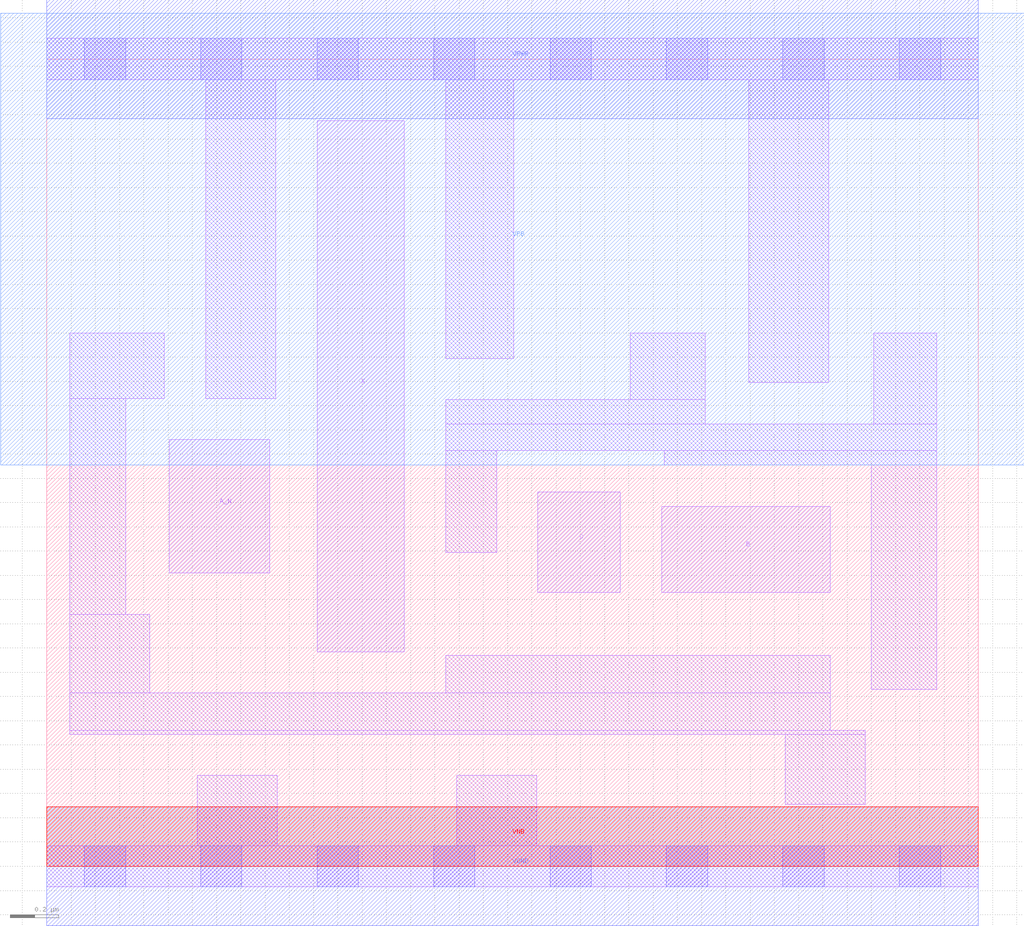
<source format=lef>
# Copyright 2020 The SkyWater PDK Authors
#
# Licensed under the Apache License, Version 2.0 (the "License");
# you may not use this file except in compliance with the License.
# You may obtain a copy of the License at
#
#     https://www.apache.org/licenses/LICENSE-2.0
#
# Unless required by applicable law or agreed to in writing, software
# distributed under the License is distributed on an "AS IS" BASIS,
# WITHOUT WARRANTIES OR CONDITIONS OF ANY KIND, either express or implied.
# See the License for the specific language governing permissions and
# limitations under the License.
#
# SPDX-License-Identifier: Apache-2.0

VERSION 5.7 ;
  NOWIREEXTENSIONATPIN ON ;
  DIVIDERCHAR "/" ;
  BUSBITCHARS "[]" ;
MACRO sky130_fd_sc_lp__and3b_2
  CLASS CORE ;
  FOREIGN sky130_fd_sc_lp__and3b_2 ;
  ORIGIN  0.000000  0.000000 ;
  SIZE  3.840000 BY  3.330000 ;
  SYMMETRY X Y R90 ;
  SITE unit ;
  PIN A_N
    ANTENNAGATEAREA  0.126000 ;
    DIRECTION INPUT ;
    USE SIGNAL ;
    PORT
      LAYER li1 ;
        RECT 0.505000 1.210000 0.920000 1.760000 ;
    END
  END A_N
  PIN B
    ANTENNAGATEAREA  0.126000 ;
    DIRECTION INPUT ;
    USE SIGNAL ;
    PORT
      LAYER li1 ;
        RECT 2.535000 1.130000 3.230000 1.485000 ;
    END
  END B
  PIN C
    ANTENNAGATEAREA  0.126000 ;
    DIRECTION INPUT ;
    USE SIGNAL ;
    PORT
      LAYER li1 ;
        RECT 2.025000 1.130000 2.365000 1.545000 ;
    END
  END C
  PIN X
    ANTENNADIFFAREA  0.588000 ;
    DIRECTION OUTPUT ;
    USE SIGNAL ;
    PORT
      LAYER li1 ;
        RECT 1.115000 0.885000 1.475000 3.075000 ;
    END
  END X
  PIN VGND
    DIRECTION INOUT ;
    USE GROUND ;
    PORT
      LAYER met1 ;
        RECT 0.000000 -0.245000 3.840000 0.245000 ;
    END
  END VGND
  PIN VNB
    DIRECTION INOUT ;
    USE GROUND ;
    PORT
      LAYER pwell ;
        RECT 0.000000 0.000000 3.840000 0.245000 ;
    END
  END VNB
  PIN VPB
    DIRECTION INOUT ;
    USE POWER ;
    PORT
      LAYER nwell ;
        RECT -0.190000 1.655000 4.030000 3.520000 ;
    END
  END VPB
  PIN VPWR
    DIRECTION INOUT ;
    USE POWER ;
    PORT
      LAYER met1 ;
        RECT 0.000000 3.085000 3.840000 3.575000 ;
    END
  END VPWR
  OBS
    LAYER li1 ;
      RECT 0.000000 -0.085000 3.840000 0.085000 ;
      RECT 0.000000  3.245000 3.840000 3.415000 ;
      RECT 0.095000  0.545000 3.375000 0.560000 ;
      RECT 0.095000  0.560000 3.230000 0.715000 ;
      RECT 0.095000  0.715000 0.425000 1.040000 ;
      RECT 0.095000  1.040000 0.325000 1.930000 ;
      RECT 0.095000  1.930000 0.485000 2.200000 ;
      RECT 0.620000  0.085000 0.950000 0.375000 ;
      RECT 0.655000  1.930000 0.945000 3.245000 ;
      RECT 1.645000  0.715000 3.230000 0.870000 ;
      RECT 1.645000  1.295000 1.855000 1.715000 ;
      RECT 1.645000  1.715000 3.670000 1.825000 ;
      RECT 1.645000  1.825000 2.715000 1.925000 ;
      RECT 1.645000  2.095000 1.925000 3.245000 ;
      RECT 1.690000  0.085000 2.020000 0.375000 ;
      RECT 2.405000  1.925000 2.715000 2.200000 ;
      RECT 2.545000  1.655000 3.670000 1.715000 ;
      RECT 2.895000  1.995000 3.225000 3.245000 ;
      RECT 3.045000  0.255000 3.375000 0.545000 ;
      RECT 3.400000  0.730000 3.670000 1.655000 ;
      RECT 3.410000  1.825000 3.670000 2.200000 ;
    LAYER mcon ;
      RECT 0.155000 -0.085000 0.325000 0.085000 ;
      RECT 0.155000  3.245000 0.325000 3.415000 ;
      RECT 0.635000 -0.085000 0.805000 0.085000 ;
      RECT 0.635000  3.245000 0.805000 3.415000 ;
      RECT 1.115000 -0.085000 1.285000 0.085000 ;
      RECT 1.115000  3.245000 1.285000 3.415000 ;
      RECT 1.595000 -0.085000 1.765000 0.085000 ;
      RECT 1.595000  3.245000 1.765000 3.415000 ;
      RECT 2.075000 -0.085000 2.245000 0.085000 ;
      RECT 2.075000  3.245000 2.245000 3.415000 ;
      RECT 2.555000 -0.085000 2.725000 0.085000 ;
      RECT 2.555000  3.245000 2.725000 3.415000 ;
      RECT 3.035000 -0.085000 3.205000 0.085000 ;
      RECT 3.035000  3.245000 3.205000 3.415000 ;
      RECT 3.515000 -0.085000 3.685000 0.085000 ;
      RECT 3.515000  3.245000 3.685000 3.415000 ;
  END
END sky130_fd_sc_lp__and3b_2
END LIBRARY

</source>
